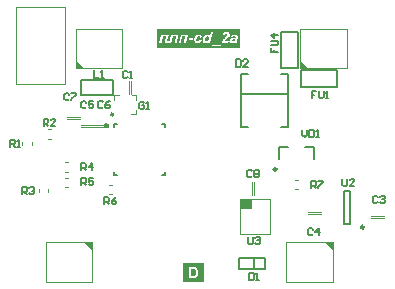
<source format=gto>
G04*
G04 #@! TF.GenerationSoftware,Altium Limited,Altium Designer,20.1.8 (145)*
G04*
G04 Layer_Color=16777215*
%FSTAX43Y43*%
%MOMM*%
G71*
G04*
G04 #@! TF.SameCoordinates,DEFF2A6E-5F0D-40BF-B6DE-29F6B0C5E57E*
G04*
G04*
G04 #@! TF.FilePolarity,Positive*
G04*
G01*
G75*
%ADD10C,0.250*%
%ADD11C,0.254*%
%ADD12C,0.100*%
%ADD13C,0.200*%
%ADD14C,0.150*%
%ADD15R,1.000X0.900*%
G36*
X0039122Y0029723D02*
Y0029053D01*
X0039092D01*
X003842Y0029725D01*
X003912D01*
X0039122Y0029723D01*
D02*
G37*
G36*
X00384Y0044525D02*
X00377D01*
X0037698Y0044527D01*
Y0045197D01*
X0037728D01*
X00384Y0044525D01*
D02*
G37*
G36*
X00574D02*
X00567D01*
X0056698Y0044527D01*
Y0045197D01*
X0056728D01*
X00574Y0044525D01*
D02*
G37*
G36*
X0059497Y0029723D02*
Y0029053D01*
X0059467D01*
X0058795Y0029725D01*
X0059495D01*
X0059497Y0029723D01*
D02*
G37*
G36*
X004855Y0026425D02*
X00468D01*
Y002795D01*
X004855D01*
Y0026425D01*
D02*
G37*
G36*
X0051637Y0046161D02*
X0044595D01*
Y0047791D01*
X0051637D01*
Y0046161D01*
D02*
G37*
%LPC*%
G36*
X0047656Y0027667D02*
X0047274D01*
Y0026708D01*
X0047637D01*
X0047674Y0026709D01*
X0047709Y002671D01*
X0047738Y0026713D01*
X0047762Y0026717D01*
X0047781Y0026722D01*
X0047796Y0026724D01*
X0047801Y0026726D01*
X0047805D01*
X0047806Y0026727D01*
X0047807D01*
X0047838Y0026738D01*
X0047866Y0026751D01*
X0047888Y0026763D01*
X0047907Y0026776D01*
X0047923Y0026787D01*
X0047934Y0026795D01*
X0047941Y0026801D01*
X0047943Y0026803D01*
X0047967Y002683D01*
X0047988Y0026857D01*
X0048006Y0026887D01*
X004802Y0026913D01*
X0048031Y0026938D01*
X0048036Y0026948D01*
X0048039Y0026956D01*
X0048042Y0026964D01*
X0048045Y002697D01*
X0048046Y0026973D01*
Y0026974D01*
X0048056Y0027007D01*
X0048064Y0027042D01*
X004807Y0027075D01*
X0048072Y0027107D01*
X0048074Y0027122D01*
X0048075Y0027136D01*
Y0027147D01*
X0048076Y0027158D01*
Y0027178D01*
X0048075Y0027226D01*
X0048071Y0027269D01*
X004807Y002729D01*
X0048067Y0027308D01*
X0048064Y0027326D01*
X0048061Y0027341D01*
X0048057Y0027355D01*
X0048054Y0027368D01*
X0048052Y0027379D01*
X004805Y0027387D01*
X0048047Y0027394D01*
X0048046Y00274D01*
X0048045Y0027402D01*
Y0027404D01*
X0048032Y0027437D01*
X0048017Y0027468D01*
X0048002Y0027494D01*
X0047986Y0027516D01*
X0047974Y0027534D01*
X0047963Y0027548D01*
X0047956Y0027556D01*
X0047954Y0027559D01*
X0047953D01*
X0047929Y0027581D01*
X0047906Y0027599D01*
X0047881Y0027615D01*
X0047859Y0027627D01*
X0047839Y0027637D01*
X0047823Y0027644D01*
X0047817Y0027645D01*
X0047813Y0027647D01*
X004781Y0027648D01*
X0047809D01*
X0047782Y0027655D01*
X0047753Y0027659D01*
X0047723Y0027663D01*
X0047694Y0027665D01*
X0047667Y0027666D01*
X0047656Y0027667D01*
D02*
G37*
%LPD*%
G36*
X0047612Y0027504D02*
X0047629D01*
X0047642Y0027502D01*
X0047655D01*
X0047667Y0027501D01*
X0047677D01*
X0047692Y0027498D01*
X0047703Y0027497D01*
X004771Y0027495D01*
X0047712D01*
X0047731Y002749D01*
X0047748Y0027483D01*
X0047763Y0027476D01*
X0047777Y0027468D01*
X0047787Y0027461D01*
X0047795Y0027455D01*
X0047799Y0027451D01*
X0047801Y002745D01*
X0047813Y0027436D01*
X0047824Y002742D01*
X0047834Y0027405D01*
X0047842Y0027391D01*
X0047848Y0027378D01*
X0047852Y0027366D01*
X0047855Y0027359D01*
X0047856Y0027358D01*
Y0027357D01*
X0047863Y0027332D01*
X0047868Y0027305D01*
X0047871Y0027276D01*
X0047874Y0027249D01*
X0047875Y0027225D01*
X0047877Y0027214D01*
Y0027204D01*
Y0027197D01*
Y0027192D01*
Y0027188D01*
Y0027186D01*
X0047875Y0027147D01*
X0047874Y0027111D01*
X004787Y0027082D01*
X0047867Y0027057D01*
X0047863Y0027036D01*
X0047862Y0027028D01*
X0047859Y0027022D01*
X0047857Y0027017D01*
Y0027013D01*
X0047856Y0027011D01*
Y002701D01*
X0047848Y0026988D01*
X0047841Y0026968D01*
X0047831Y0026953D01*
X0047824Y0026941D01*
X0047817Y0026931D01*
X0047812Y0026924D01*
X0047807Y002692D01*
X0047806Y0026918D01*
X0047794Y0026909D01*
X0047781Y00269D01*
X0047769Y0026893D01*
X0047756Y0026888D01*
X0047745Y0026884D01*
X0047737Y0026881D01*
X0047731Y0026878D01*
X0047728D01*
X0047713Y0026875D01*
X0047695Y0026874D01*
X0047676Y0026871D01*
X0047656D01*
X0047638Y002687D01*
X0047468D01*
Y0027505D01*
X0047594D01*
X0047612Y0027504D01*
D02*
G37*
%LPC*%
G36*
X0049316Y0047585D02*
X004849D01*
D01*
X004913D01*
X0049051Y0047225D01*
X0049037Y0047244D01*
X0049022Y0047262D01*
X0049005Y0047278D01*
X0048987Y004729D01*
X0048971Y0047301D01*
X0048953Y0047309D01*
X0048935Y0047318D01*
X0048918Y0047323D01*
X0048901Y0047327D01*
X0048886Y0047332D01*
X0048872Y0047334D01*
X0048861Y0047336D01*
X0048852D01*
X0048845Y0047337D01*
X0048838D01*
X0048809Y0047336D01*
X0048782Y0047332D01*
X0048756Y0047325D01*
X0048732Y0047316D01*
X004871Y0047305D01*
X0048689Y0047294D01*
X004867Y0047282D01*
X0048653Y0047269D01*
X0048638Y0047257D01*
X0048624Y0047244D01*
X0048612Y0047233D01*
X0048603Y0047222D01*
X0048595Y0047214D01*
X0048589Y0047207D01*
X0048587Y0047203D01*
X0048585Y0047201D01*
X0048569Y0047176D01*
X0048553Y004715D01*
X0048541Y0047124D01*
X004853Y0047097D01*
X004852Y0047071D01*
X0048513Y0047046D01*
X0048506Y0047022D01*
X0048502Y0047D01*
X0048498Y0046978D01*
X0048495Y0046959D01*
X0048492Y0046942D01*
X0048491Y0046927D01*
X004849Y0046916D01*
Y0046608D01*
Y0046899D01*
X0048491Y0046873D01*
X0048492Y0046848D01*
X0048495Y0046825D01*
X0048501Y0046805D01*
X0048505Y0046785D01*
X004851Y0046767D01*
X0048517Y0046751D01*
X0048523Y0046737D01*
X004853Y0046723D01*
X0048535Y0046712D01*
X0048541Y0046702D01*
X0048546Y0046695D01*
X0048551Y0046689D01*
X0048553Y0046685D01*
X0048555Y0046683D01*
X0048556Y0046681D01*
X0048569Y0046669D01*
X0048582Y0046658D01*
X0048596Y0046646D01*
X0048612Y0046638D01*
X0048641Y0046626D01*
X0048668Y0046617D01*
X0048693Y0046612D01*
X0048703Y004661D01*
X0048713Y0046609D01*
X0048721Y0046608D01*
X0048731D01*
X0048753Y0046609D01*
X0048775Y004661D01*
X0048793Y0046615D01*
X004881Y0046619D01*
X0048824Y0046622D01*
X0048835Y0046626D01*
X004884Y0046627D01*
X0048843Y0046628D01*
X0048863Y0046638D01*
X0048881Y0046648D01*
X0048897Y004666D01*
X0048913Y0046671D01*
X0048925Y0046683D01*
X0048936Y0046691D01*
X0048942Y0046696D01*
X0048944Y0046699D01*
X0048929Y0046626D01*
X0049105D01*
X0049316Y0047585D01*
D01*
D02*
G37*
G36*
X0048422Y0047337D02*
X0047745D01*
X0048141D01*
X00481Y0047334D01*
X0048061Y0047327D01*
X0048026Y0047319D01*
X0047996Y0047308D01*
X0047982Y0047302D01*
X0047969Y0047297D01*
X004796Y0047293D01*
X004795Y0047289D01*
X0047943Y0047284D01*
X0047938Y0047282D01*
X0047935Y004728D01*
X0047933Y0047279D01*
X00479Y0047255D01*
X0047871Y0047229D01*
X0047847Y0047203D01*
X0047828Y0047178D01*
X0047811Y0047154D01*
X0047806Y0047144D01*
X00478Y0047136D01*
X0047798Y0047129D01*
X0047795Y0047124D01*
X0047792Y0047121D01*
Y0047119D01*
X0047777Y0047081D01*
X0047764Y0047043D01*
X0047756Y0047007D01*
X004775Y0046974D01*
X0047749Y0046959D01*
X0047748Y0046946D01*
X0047746Y0046934D01*
Y0046924D01*
X0047745Y0046916D01*
Y0046904D01*
X0047746Y0046879D01*
X0047748Y0046856D01*
X0047752Y0046832D01*
X0047757Y0046812D01*
X0047763Y0046792D01*
X004777Y0046774D01*
X0047777Y0046759D01*
X0047784Y0046744D01*
X0047791Y0046731D01*
X0047798Y0046719D01*
X0047804Y0046709D01*
X004781Y0046702D01*
X0047816Y0046695D01*
X004782Y0046691D01*
X0047821Y0046688D01*
X0047822Y0046687D01*
X0047838Y0046673D01*
X0047854Y004666D01*
X0047871Y0046651D01*
X0047888Y0046641D01*
X0047906Y0046634D01*
X0047924Y0046627D01*
X0047957Y0046617D01*
X0047972Y0046615D01*
X0047988Y0046612D01*
X0048Y004661D01*
X0048011Y0046609D01*
X0048021Y0046608D01*
X0048033D01*
X0048055Y0046609D01*
X0048076Y004661D01*
X0048115Y0046617D01*
X004815Y0046627D01*
X004818Y004664D01*
X0048193Y0046645D01*
X0048204Y0046651D01*
X0048215Y0046656D01*
X0048223Y004666D01*
X004823Y0046665D01*
X0048234Y0046667D01*
X0048237Y004667D01*
X0048239D01*
X004827Y0046696D01*
X0048297Y0046726D01*
X004832Y0046756D01*
X004834Y0046787D01*
X0048354Y0046813D01*
X0048359Y0046824D01*
X0048365Y0046835D01*
X0048369Y0046843D01*
X004837Y0046849D01*
X0048373Y0046853D01*
Y0046855D01*
X004819Y0046885D01*
X004818Y0046861D01*
X0048169Y0046842D01*
X0048158Y0046825D01*
X0048148Y0046812D01*
X0048139Y00468D01*
X004813Y0046794D01*
X0048125Y0046788D01*
X0048123Y0046787D01*
X0048108Y0046775D01*
X0048093Y0046769D01*
X0048078Y0046763D01*
X0048065Y0046759D01*
X0048054Y0046756D01*
X0048046Y0046755D01*
X0048037D01*
X0048021Y0046756D01*
X0048007Y004676D01*
X0047993Y0046766D01*
X0047982Y0046771D01*
X0047974Y0046777D01*
X0047967Y0046782D01*
X0047963Y0046787D01*
X0047961Y0046788D01*
X0047951Y0046802D01*
X0047945Y0046817D01*
X0047939Y0046832D01*
X0047936Y0046848D01*
X0047933Y0046861D01*
X0047932Y0046873D01*
Y0046879D01*
Y0046882D01*
X0047933Y004691D01*
X0047936Y0046936D01*
X004794Y0046963D01*
X0047945Y0046986D01*
X0047949Y0047006D01*
X0047953Y0047021D01*
X0047954Y0047026D01*
X0047956Y0047031D01*
X0047957Y0047033D01*
Y0047035D01*
X0047967Y0047064D01*
X0047979Y0047089D01*
X004799Y004711D01*
X0048003Y0047126D01*
X0048012Y004714D01*
X0048021Y004715D01*
X0048028Y0047155D01*
X0048029Y0047157D01*
X0048047Y0047171D01*
X0048065Y004718D01*
X0048082Y0047189D01*
X0048097Y0047193D01*
X0048111Y0047196D01*
X0048121Y0047198D01*
X004813D01*
X0048147Y0047197D01*
X0048162Y0047194D01*
X0048175Y0047189D01*
X0048186Y0047185D01*
X0048196Y0047179D01*
X0048201Y0047174D01*
X0048205Y0047171D01*
X0048207Y0047169D01*
X0048216Y0047158D01*
X0048225Y0047144D01*
X004823Y0047131D01*
X0048236Y0047117D01*
X0048239Y0047103D01*
X0048241Y0047093D01*
X0048243Y0047086D01*
Y0047083D01*
X0048422Y0047101D01*
X0048419Y0047121D01*
X0048415Y0047139D01*
X0048405Y0047172D01*
X0048391Y0047201D01*
X0048376Y0047226D01*
X0048362Y0047246D01*
X0048349Y0047261D01*
X0048345Y0047265D01*
X0048341Y0047269D01*
X004834Y0047271D01*
X0048338Y0047272D01*
X0048325Y0047283D01*
X0048309Y0047294D01*
X0048276Y0047309D01*
X0048244Y0047322D01*
X0048212Y0047329D01*
X0048184Y0047334D01*
X0048172Y0047336D01*
X0048162D01*
X0048154Y0047337D01*
X0048422D01*
D02*
G37*
G36*
X0047673Y0047063D02*
X0047272D01*
D01*
X0047308D01*
X0047272Y0046881D01*
X0047637D01*
X0047673Y0047063D01*
D02*
G37*
G36*
X0051437Y0047337D02*
X0050782D01*
X0051173D01*
X0051127Y0047334D01*
X0051086Y0047329D01*
X0051068Y0047325D01*
X0051051Y004732D01*
X0051034Y0047316D01*
X0051021Y0047311D01*
X0051008Y0047305D01*
X0050997Y0047301D01*
X0050987Y0047297D01*
X0050979Y0047293D01*
X0050973Y004729D01*
X0050969Y0047287D01*
X0050966Y0047284D01*
X0050965D01*
X0050939Y0047264D01*
X0050915Y004724D01*
X0050897Y0047215D01*
X0050882Y0047193D01*
X0050871Y0047172D01*
X0050862Y0047155D01*
X005086Y0047149D01*
X0050858Y0047144D01*
X0050857Y0047142D01*
Y004714D01*
X005104Y0047125D01*
X0051044Y0047137D01*
X005105Y0047149D01*
X0051057Y0047158D01*
X0051064Y0047167D01*
X0051069Y0047174D01*
X0051075Y0047178D01*
X0051077Y004718D01*
X0051079Y0047182D01*
X0051091Y0047189D01*
X0051104Y0047194D01*
X0051118Y0047197D01*
X005113Y00472D01*
X0051141Y0047201D01*
X0051151Y0047203D01*
X0051159D01*
X0051176Y0047201D01*
X0051191Y00472D01*
X0051202Y0047196D01*
X0051213Y0047193D01*
X0051222Y0047189D01*
X0051227Y0047185D01*
X005123Y0047183D01*
X0051231Y0047182D01*
X005124Y0047174D01*
X0051245Y0047165D01*
X0051251Y0047157D01*
X0051254Y0047149D01*
X0051255Y0047142D01*
X0051256Y0047137D01*
Y0047133D01*
Y0047132D01*
Y0047122D01*
X0051255Y0047112D01*
X0051251Y0047092D01*
X0051248Y0047083D01*
X0051245Y0047076D01*
X0051244Y0047071D01*
Y0047069D01*
X0051234Y0047067D01*
X0051223Y0047064D01*
X0051211Y0047061D01*
X0051197Y0047058D01*
X0051168Y0047053D01*
X0051137Y004705D01*
X0051109Y0047046D01*
X0051097Y0047045D01*
X0051087Y0047043D01*
X0051077D01*
X005107Y0047042D01*
X0051065D01*
X0051036Y0047039D01*
X0051009Y0047035D01*
X0050986Y0047031D01*
X0050964Y0047025D01*
X0050943Y004702D01*
X0050925Y0047014D01*
X0050908Y0047007D01*
X0050894Y0047002D01*
X0050882Y0046995D01*
X0050871Y0046989D01*
X0050862Y0046984D01*
X0050855Y0046979D01*
X005085Y0046975D01*
X0050846Y0046972D01*
X0050844Y0046971D01*
X0050843Y004697D01*
X0050832Y0046959D01*
X0050824Y0046946D01*
X0050808Y004692D01*
X0050797Y0046893D01*
X005079Y0046867D01*
X0050785Y0046845D01*
X0050783Y0046835D01*
Y0046827D01*
X0050782Y004682D01*
Y0046825D01*
Y0046608D01*
Y004681D01*
X0050785Y0046778D01*
X005079Y0046749D01*
X00508Y0046724D01*
X005081Y0046703D01*
X0050819Y0046685D01*
X0050829Y0046673D01*
X0050835Y0046666D01*
X0050837Y0046663D01*
X005086Y0046645D01*
X0050883Y0046631D01*
X0050908Y0046622D01*
X005093Y0046615D01*
X005095Y004661D01*
X0050966Y0046609D01*
X0050972Y0046608D01*
X005098D01*
X0051001Y0046609D01*
X0051021Y0046612D01*
X0051039Y0046616D01*
X0051055Y004662D01*
X0051069Y0046624D01*
X0051079Y0046628D01*
X0051086Y0046631D01*
X0051088Y0046633D01*
X0051108Y0046642D01*
X0051126Y0046655D01*
X0051143Y0046666D01*
X0051156Y0046677D01*
X0051168Y0046688D01*
X0051177Y0046696D01*
X0051183Y0046702D01*
X0051184Y0046703D01*
X0051187Y0046674D01*
X005119Y0046662D01*
X0051191Y0046649D01*
X0051194Y004664D01*
X0051197Y0046633D01*
X0051198Y0046627D01*
Y0046626D01*
X005138D01*
X0051374Y0046645D01*
X0051371Y0046665D01*
X0051369Y0046681D01*
X0051366Y0046695D01*
Y0046708D01*
X0051364Y0046716D01*
Y0046723D01*
Y0046724D01*
Y0046734D01*
X0051366Y0046746D01*
X0051369Y0046773D01*
X0051373Y00468D01*
X0051378Y004683D01*
X0051382Y0046856D01*
X0051385Y0046867D01*
X0051387Y0046878D01*
X0051388Y0046886D01*
X0051389Y0046892D01*
X0051391Y0046896D01*
Y0046898D01*
X0051396Y0046924D01*
X0051402Y0046949D01*
X0051407Y0046971D01*
X0051412Y004699D01*
X0051414Y0047007D01*
X0051417Y0047022D01*
X005142Y0047036D01*
X0051423Y0047047D01*
X0051424Y0047057D01*
X0051427Y0047064D01*
Y0047071D01*
X0051428Y0047075D01*
X005143Y0047082D01*
Y0047083D01*
X0051434Y004711D01*
X0051435Y0047121D01*
Y0047131D01*
X0051437Y0047139D01*
Y0047165D01*
X0051434Y0047179D01*
X0051427Y0047204D01*
X0051416Y0047226D01*
X0051405Y0047246D01*
X0051392Y0047262D01*
X0051381Y0047273D01*
X0051374Y004728D01*
X0051373Y0047283D01*
X0051371D01*
X0051359Y0047293D01*
X0051345Y0047301D01*
X0051313Y0047315D01*
X0051281Y0047325D01*
X0051248Y004733D01*
X0051219Y0047334D01*
X0051206Y0047336D01*
X0051195D01*
X0051186Y0047337D01*
X0051437D01*
D01*
D02*
G37*
G36*
X0050742Y0047591D02*
X0050058D01*
D01*
X0050453D01*
X0050431Y004759D01*
X0050409Y0047588D01*
X005037Y004758D01*
X0050335Y0047569D01*
X005032Y0047562D01*
X0050306Y0047555D01*
X0050292Y0047548D01*
X0050281Y0047541D01*
X0050272Y0047535D01*
X0050265Y004753D01*
X0050258Y0047526D01*
X0050254Y0047522D01*
X0050251Y004752D01*
X0050249Y0047519D01*
X0050236Y0047505D01*
X0050222Y004749D01*
X00502Y0047458D01*
X0050181Y0047423D01*
X0050168Y004739D01*
X0050162Y0047375D01*
X0050158Y0047361D01*
X0050155Y0047348D01*
X0050151Y0047337D01*
X005015Y0047327D01*
X0050148Y004732D01*
X0050147Y0047316D01*
Y0047315D01*
X005033Y0047289D01*
X0050337Y0047319D01*
X0050345Y0047344D01*
X0050353Y0047365D01*
X0050362Y0047382D01*
X0050369Y0047394D01*
X0050374Y0047402D01*
X0050378Y0047408D01*
X005038Y0047409D01*
X0050392Y004742D01*
X0050406Y0047429D01*
X0050419Y0047436D01*
X0050431Y004744D01*
X0050442Y0047443D01*
X0050451Y0047444D01*
X0050457D01*
X0050473Y0047443D01*
X0050487Y004744D01*
X0050499Y0047434D01*
X005051Y0047429D01*
X0050519Y0047423D01*
X0050524Y0047418D01*
X0050528Y0047415D01*
X005053Y0047413D01*
X0050539Y0047401D01*
X0050546Y0047388D01*
X0050552Y0047375D01*
X0050555Y0047362D01*
X0050557Y0047351D01*
X0050559Y0047343D01*
Y0047337D01*
Y0047334D01*
X0050557Y0047323D01*
X0050556Y0047311D01*
X0050553Y00473D01*
X005055Y0047289D01*
X0050546Y004728D01*
X0050543Y0047273D01*
X0050542Y0047268D01*
X0050541Y0047266D01*
X0050534Y0047253D01*
X0050524Y0047237D01*
X0050514Y0047222D01*
X0050503Y0047208D01*
X0050494Y0047196D01*
X0050485Y0047186D01*
X005048Y004718D01*
X0050478Y0047178D01*
X0050473Y0047172D01*
X0050466Y0047165D01*
X0050449Y0047147D01*
X0050428Y0047128D01*
X0050408Y0047107D01*
X0050388Y0047088D01*
X0050371Y0047072D01*
X0050366Y0047065D01*
X005036Y0047061D01*
X0050358Y0047058D01*
X0050356Y0047057D01*
X0050333Y0047035D01*
X0050312Y0047014D01*
X0050292Y0046995D01*
X0050274Y0046977D01*
X0050258Y0046961D01*
X0050244Y0046946D01*
X005023Y0046934D01*
X0050219Y0046921D01*
X0050209Y0046911D01*
X0050201Y0046902D01*
X0050194Y0046895D01*
X0050188Y0046889D01*
X0050181Y0046881D01*
X0050179Y0046878D01*
X0050162Y0046857D01*
X0050147Y0046836D01*
X0050133Y0046817D01*
X005012Y0046799D01*
X0050111Y0046784D01*
X0050104Y0046771D01*
X00501Y0046763D01*
X0050098Y0046762D01*
Y004676D01*
X0050087Y0046737D01*
X0050079Y0046712D01*
X0050072Y0046689D01*
X0050066Y0046669D01*
X0050062Y0046652D01*
X0050059Y0046638D01*
Y0046633D01*
X0050058Y0046628D01*
Y0046634D01*
Y0046626D01*
X0050641D01*
X0050677Y0046798D01*
X0050344D01*
X0050363Y0046821D01*
X0050371Y0046832D01*
X005038Y0046842D01*
X0050387Y0046849D01*
X0050392Y0046855D01*
X0050395Y0046859D01*
X0050396Y004686D01*
X005041Y0046874D01*
X0050427Y0046891D01*
X0050446Y0046909D01*
X0050466Y0046927D01*
X0050484Y0046945D01*
X0050499Y0046959D01*
X0050505Y0046964D01*
X0050509Y0046967D01*
X0050512Y004697D01*
X0050513Y0046971D01*
X0050543Y0047D01*
X005057Y0047025D01*
X0050592Y0047047D01*
X005061Y0047065D01*
X0050624Y0047079D01*
X0050634Y0047089D01*
X0050639Y0047096D01*
X0050641Y0047097D01*
X005066Y0047121D01*
X0050675Y0047143D01*
X0050689Y0047164D01*
X00507Y0047182D01*
X0050708Y0047197D01*
X0050714Y0047208D01*
X0050717Y0047215D01*
X0050718Y0047218D01*
X0050727Y004724D01*
X0050732Y0047261D01*
X0050736Y004728D01*
X0050739Y0047297D01*
X005074Y0047312D01*
X0050742Y0047323D01*
Y0046666D01*
Y0047334D01*
Y0047333D01*
X005074Y0047354D01*
X0050739Y0047373D01*
X0050729Y0047409D01*
X0050717Y0047441D01*
X0050703Y0047468D01*
X0050696Y0047479D01*
X0050689Y0047488D01*
X0050682Y0047497D01*
X0050677Y0047505D01*
X0050671Y0047511D01*
X0050667Y0047515D01*
X0050666Y0047516D01*
X0050664Y0047517D01*
X0050649Y004753D01*
X0050634Y0047542D01*
X0050617Y0047552D01*
X0050599Y004756D01*
X0050564Y0047573D01*
X005053Y0047581D01*
X0050514Y0047585D01*
X00505Y0047587D01*
X0050487Y0047588D01*
X0050476Y004759D01*
X0050466Y0047591D01*
X0050742D01*
D01*
D02*
G37*
G36*
X0047228Y0047322D02*
X0046595D01*
X004645Y0046626D01*
X0046635D01*
X004675Y0047175D01*
X0047008D01*
X0046895Y0046626D01*
X0047228D01*
X0047081D01*
X0047228Y0047322D01*
D02*
G37*
G36*
X0046412D02*
X0044941D01*
X0044795Y0046626D01*
X0044981D01*
X0045096Y0047175D01*
X0045354D01*
X004524Y0046626D01*
X0045426D01*
X0045542Y0047175D01*
X0045573Y0047322D01*
X0045817D01*
X0045735Y0046934D01*
X0045731Y0046916D01*
X0045727Y00469D01*
X0045724Y0046885D01*
X004572Y0046873D01*
X0045713Y004685D01*
X0045708Y0046832D01*
X0045702Y004682D01*
X0045698Y0046812D01*
X0045696Y0046806D01*
X0045695Y0046805D01*
X0045687Y0046795D01*
X0045676Y0046787D01*
X0045665Y0046781D01*
X0045653Y0046778D01*
X0045644Y0046775D01*
X0045635Y0046774D01*
X0045627D01*
X0045604Y0046775D01*
X0045592Y0046777D01*
X0045581Y0046778D01*
X0045573Y004678D01*
X0045566Y0046781D01*
X0045561Y0046782D01*
X0045559D01*
X004553Y0046626D01*
X0045556Y004662D01*
X0045579Y0046617D01*
X0045599Y0046615D01*
X0045617Y0046612D01*
X0045631D01*
X0045641Y004661D01*
X0045649D01*
X0045684Y0046612D01*
X0045714Y0046617D01*
X0045741Y0046624D01*
X0045763Y0046634D01*
X004578Y0046642D01*
X0045792Y0046649D01*
X0045799Y0046655D01*
X0045802Y0046656D01*
X0045812Y0046666D01*
X0045821Y0046676D01*
X0045838Y0046699D01*
X004585Y0046724D01*
X0045861Y0046749D01*
X004587Y0046771D01*
X0045873Y0046781D01*
X0045875Y0046791D01*
X0045877Y0046798D01*
X0045878Y0046803D01*
X004588Y0046806D01*
Y0046807D01*
X0045957Y0047175D01*
X0046193D01*
X0046079Y0046626D01*
X0046265D01*
X0046412Y0047322D01*
D01*
D02*
G37*
G36*
X0049983Y0046626D02*
Y004648D01*
X0049218D01*
Y0046361D01*
X0049983D01*
Y0046626D01*
D02*
G37*
%LPD*%
G36*
X0048882Y0047197D02*
X00489Y0047192D01*
X0048917Y0047183D01*
X0048931Y0047175D01*
X0048942Y0047167D01*
X004895Y0047158D01*
X0048956Y0047153D01*
X0048957Y0047151D01*
X0048971Y0047132D01*
X004898Y0047112D01*
X0048989Y0047092D01*
X0048993Y0047072D01*
X0048996Y0047056D01*
X0048999Y0047042D01*
Y0047036D01*
Y0047032D01*
Y0047031D01*
Y0047029D01*
X0048997Y0047004D01*
X0048994Y0046979D01*
X004899Y0046956D01*
X0048986Y0046935D01*
X004898Y0046917D01*
X0048976Y0046903D01*
X0048975Y0046898D01*
X0048974Y0046893D01*
X0048972Y0046892D01*
Y0046891D01*
X0048961Y0046866D01*
X004895Y0046843D01*
X0048938Y0046825D01*
X0048926Y004681D01*
X0048915Y0046799D01*
X0048907Y0046791D01*
X0048901Y0046785D01*
X00489Y0046784D01*
X0048883Y0046773D01*
X0048867Y0046764D01*
X004885Y0046757D01*
X0048836Y0046753D01*
X0048822Y0046751D01*
X0048813Y0046749D01*
X0048804D01*
X0048785Y0046751D01*
X0048767Y0046756D01*
X004875Y0046763D01*
X0048736Y004677D01*
X0048725Y0046778D01*
X0048717Y0046784D01*
X0048711Y0046789D01*
X004871Y0046791D01*
X0048698Y0046807D01*
X0048688Y0046827D01*
X0048682Y0046846D01*
X0048677Y0046864D01*
X0048674Y0046881D01*
X0048673Y0046895D01*
Y00469D01*
Y0046904D01*
Y0046906D01*
Y0046907D01*
X0048675Y0046946D01*
X0048681Y0046984D01*
X0048689Y0047017D01*
X0048699Y0047046D01*
X0048705Y004706D01*
X0048709Y0047071D01*
X0048713Y0047081D01*
X0048717Y004709D01*
X0048721Y0047096D01*
X0048723Y0047101D01*
X0048725Y0047104D01*
Y0047106D01*
X0048736Y0047122D01*
X0048746Y0047136D01*
X0048759Y0047149D01*
X004877Y004716D01*
X0048781Y0047168D01*
X0048792Y0047176D01*
X0048814Y0047187D01*
X0048833Y0047193D01*
X0048849Y0047197D01*
X0048854Y0047198D01*
X0048863D01*
X0048882Y0047197D01*
D02*
G37*
G36*
X0051213Y0046924D02*
X0051208Y00469D01*
X0051202Y0046879D01*
X0051197Y0046861D01*
X0051191Y0046848D01*
X0051187Y0046836D01*
X0051183Y004683D01*
X0051181Y0046824D01*
X005118Y0046823D01*
X0051173Y004681D01*
X0051163Y00468D01*
X0051154Y0046791D01*
X0051145Y0046784D01*
X0051137Y0046777D01*
X005113Y0046773D01*
X0051125Y004677D01*
X0051123Y0046769D01*
X0051109Y0046762D01*
X0051095Y0046757D01*
X0051082Y0046753D01*
X0051069Y0046752D01*
X0051059Y0046751D01*
X0051051Y0046749D01*
X0051044D01*
X005103Y0046751D01*
X0051018Y0046753D01*
X0051007Y0046756D01*
X0050998Y004676D01*
X0050991Y0046764D01*
X0050986Y0046769D01*
X0050983Y004677D01*
X0050982Y0046771D01*
X0050973Y004678D01*
X0050968Y0046789D01*
X0050964Y0046799D01*
X0050961Y0046807D01*
X005096Y0046816D01*
X0050958Y0046821D01*
Y0046825D01*
Y0046827D01*
X005096Y0046841D01*
X0050962Y0046853D01*
X0050968Y0046864D01*
X0050973Y0046874D01*
X0050979Y0046881D01*
X0050984Y0046886D01*
X0050987Y0046889D01*
X0050989Y0046891D01*
X0050998Y0046896D01*
X0051009Y0046902D01*
X0051022Y0046907D01*
X0051036Y0046913D01*
X0051066Y0046921D01*
X0051097Y0046928D01*
X0051126Y0046934D01*
X0051138Y0046936D01*
X0051151Y0046938D01*
X0051159Y0046939D01*
X0051168D01*
X0051172Y0046941D01*
X0051173D01*
X0051193Y0046943D01*
X0051206Y0046947D01*
X0051212Y0046949D01*
X0051216D01*
X0051217Y004695D01*
X0051219D01*
X0051213Y0046924D01*
D02*
G37*
D10*
X0040425Y0039625D02*
G03*
X0040425Y0039625I-0000125J0D01*
G01*
X0054725Y0035925D02*
G03*
X0054725Y0035925I-0000125J0D01*
G01*
X0062125Y0031025D02*
G03*
X0062125Y0031025I-0000125J0D01*
G01*
D11*
X0040875Y0040575D02*
G03*
X0040875Y0040575I-0000075J0D01*
G01*
D12*
X0052775Y0033775D02*
Y0034875D01*
X0052625Y0033775D02*
Y0034875D01*
X003695Y0040375D02*
X003805D01*
X003695Y0040225D02*
X003805D01*
X003935Y0039675D02*
X004045D01*
X003935Y0039525D02*
X004045D01*
X003815Y0039675D02*
X003925D01*
X003815Y0039525D02*
X003925D01*
X005735Y0032275D02*
X005845D01*
X005735Y0032125D02*
X005845D01*
X00627Y003195D02*
X00638D01*
X00627Y00318D02*
X00638D01*
X0042375Y0042275D02*
Y0043375D01*
X0042225Y0042275D02*
Y0043375D01*
X0056275Y0034225D02*
X0056525D01*
X0056275Y0035025D02*
X0056525D01*
X0036775Y0035725D02*
X0037025D01*
X0036775Y0036525D02*
X0037025D01*
X0036775Y0034425D02*
X0037025D01*
X0036775Y0035225D02*
X0037025D01*
X0040516Y0033825D02*
X0040766D01*
X0040516Y0034625D02*
X0040766D01*
X0035375Y00385D02*
X0035625D01*
X0035375Y00393D02*
X0035625D01*
X00332Y0038D02*
Y003825D01*
X0034Y0038D02*
Y003825D01*
X00354Y0034D02*
Y003425D01*
X00346Y0034D02*
Y003425D01*
X00516Y0033425D02*
X00542D01*
Y0030425D02*
Y0033425D01*
X00516Y0030425D02*
X00542D01*
X00516D02*
Y0033425D01*
X004285Y0040575D02*
Y004095D01*
X00424Y0040575D02*
X004285D01*
X0042475Y00422D02*
X004285D01*
Y004175D02*
Y00422D01*
X0040925Y0041825D02*
Y00422D01*
X0041375D01*
X00567Y0047826D02*
X0060654Y0047825D01*
X00567Y00445D02*
Y0047826D01*
X0060654Y00445D02*
Y0047825D01*
X00567Y00445D02*
X0060654D01*
X00377Y0047826D02*
X0041654Y0047825D01*
X00377Y00445D02*
Y0047826D01*
X0041654Y00445D02*
Y0047825D01*
X00377Y00445D02*
X0041654D01*
X0035166Y0026425D02*
X003912Y0026424D01*
Y002975D01*
X0035166Y0026425D02*
Y002975D01*
X003912D01*
X0055541Y0026425D02*
X0059495Y0026424D01*
Y002975D01*
X0055541Y0026425D02*
Y002975D01*
X0059495D01*
X0032625Y004965D02*
X0036775D01*
X0032625Y004315D02*
Y004965D01*
X0036775Y004315D02*
Y004965D01*
X0032625Y004315D02*
X0036775D01*
D13*
X004095Y0039525D02*
Y0039775D01*
X00412D01*
X0045D02*
X004525D01*
Y0039525D02*
Y0039775D01*
Y0035475D02*
Y0035725D01*
X0045Y0035475D02*
X004525D01*
X004095D02*
Y0035725D01*
Y0035475D02*
X00412D01*
X00549Y0036825D02*
Y0037825D01*
X00557D01*
X00579Y0036825D02*
Y0037825D01*
X00571D02*
X00579D01*
X00382Y00422D02*
Y004345D01*
X004085Y00422D02*
Y004345D01*
X00382D02*
X004085D01*
X00382Y00422D02*
X004085D01*
X00557Y0039525D02*
Y0044025D01*
X00551Y0039525D02*
X00557D01*
X00551Y0044025D02*
X00557D01*
X00517D02*
X00523D01*
X00517Y0039525D02*
X00523D01*
X00517D02*
Y0044025D01*
Y0042325D02*
X00557D01*
X0051575Y002745D02*
X0053775D01*
Y002845D01*
X0051575D02*
X0053775D01*
X0051575Y002745D02*
Y002845D01*
X0052825Y002755D02*
Y002845D01*
X006045Y0031325D02*
Y0034125D01*
X006095Y0031325D02*
Y0034125D01*
X006045D02*
X006095D01*
X006045Y0031325D02*
X006095D01*
X00551Y0047525D02*
X00565D01*
X00551Y0044525D02*
Y0047525D01*
Y0044525D02*
X00565D01*
Y0047525D01*
X00598Y0042925D02*
Y0044325D01*
X00568D02*
X00598D01*
X00568Y0042925D02*
Y0044325D01*
Y0042925D02*
X00598D01*
D14*
X0052625Y003575D02*
X0052525Y003585D01*
X0052325D01*
X0052225Y003575D01*
Y003535D01*
X0052325Y003525D01*
X0052525D01*
X0052625Y003535D01*
X0052825Y003575D02*
X0052925Y003585D01*
X0053125D01*
X0053225Y003575D01*
Y003565D01*
X0053125Y003555D01*
X0053225Y003545D01*
Y003535D01*
X0053125Y003525D01*
X0052925D01*
X0052825Y003535D01*
Y003545D01*
X0052925Y003555D01*
X0052825Y003565D01*
Y003575D01*
X0052925Y003555D02*
X0053125D01*
X003715Y004225D02*
X003705Y004235D01*
X003685D01*
X003675Y004225D01*
Y004185D01*
X003685Y004175D01*
X003705D01*
X003715Y004185D01*
X003735Y004235D02*
X003775D01*
Y004225D01*
X003735Y004185D01*
Y004175D01*
X004Y00416D02*
X00399Y00417D01*
X00397D01*
X00396Y00416D01*
Y00412D01*
X00397Y00411D01*
X00399D01*
X004Y00412D01*
X00406Y00417D02*
X00404Y00416D01*
X00402Y00414D01*
Y00412D01*
X00403Y00411D01*
X00405D01*
X00406Y00412D01*
Y00413D01*
X00405Y00414D01*
X00402D01*
X00386Y0041575D02*
X00385Y0041675D01*
X00383D01*
X00382Y0041575D01*
Y0041175D01*
X00383Y0041075D01*
X00385D01*
X00386Y0041175D01*
X00392Y0041675D02*
X00388D01*
Y0041375D01*
X0039Y0041475D01*
X00391D01*
X00392Y0041375D01*
Y0041175D01*
X00391Y0041075D01*
X00389D01*
X00388Y0041175D01*
X00578Y0030825D02*
X00577Y0030925D01*
X00575D01*
X00574Y0030825D01*
Y0030425D01*
X00575Y0030325D01*
X00577D01*
X00578Y0030425D01*
X00583Y0030325D02*
Y0030925D01*
X0058Y0030625D01*
X00584D01*
X0063275Y0033575D02*
X0063175Y0033675D01*
X0062975D01*
X0062875Y0033575D01*
Y0033175D01*
X0062975Y0033075D01*
X0063175D01*
X0063275Y0033175D01*
X0063475Y0033575D02*
X0063575Y0033675D01*
X0063775D01*
X0063875Y0033575D01*
Y0033475D01*
X0063775Y0033375D01*
X0063675D01*
X0063775D01*
X0063875Y0033275D01*
Y0033175D01*
X0063775Y0033075D01*
X0063575D01*
X0063475Y0033175D01*
X00421Y0044125D02*
X0042Y0044225D01*
X00418D01*
X00417Y0044125D01*
Y0043725D01*
X00418Y0043625D01*
X0042D01*
X00421Y0043725D01*
X00423Y0043625D02*
X00425D01*
X00424D01*
Y0044225D01*
X00423Y0044125D01*
X005765Y0034325D02*
Y0034925D01*
X005795D01*
X005805Y0034825D01*
Y0034625D01*
X005795Y0034525D01*
X005765D01*
X005785D02*
X005805Y0034325D01*
X005825Y0034925D02*
X005865D01*
Y0034825D01*
X005825Y0034425D01*
Y0034325D01*
X004015Y003295D02*
Y003355D01*
X004045D01*
X004055Y003345D01*
Y003325D01*
X004045Y003315D01*
X004015D01*
X004035D02*
X004055Y003295D01*
X004115Y003355D02*
X004095Y003345D01*
X004075Y003325D01*
Y003305D01*
X004085Y003295D01*
X004105D01*
X004115Y003305D01*
Y003315D01*
X004105Y003325D01*
X004075D01*
X00382Y0034575D02*
Y0035175D01*
X00385D01*
X00386Y0035075D01*
Y0034875D01*
X00385Y0034775D01*
X00382D01*
X00384D02*
X00386Y0034575D01*
X00392Y0035175D02*
X00388D01*
Y0034875D01*
X0039Y0034975D01*
X00391D01*
X00392Y0034875D01*
Y0034675D01*
X00391Y0034575D01*
X00389D01*
X00388Y0034675D01*
X00382Y0035825D02*
Y0036425D01*
X00385D01*
X00386Y0036325D01*
Y0036125D01*
X00385Y0036025D01*
X00382D01*
X00384D02*
X00386Y0035825D01*
X00391D02*
Y0036425D01*
X00388Y0036125D01*
X00392D01*
X0035Y00396D02*
Y00402D01*
X00353D01*
X00354Y00401D01*
Y00399D01*
X00353Y00398D01*
X0035D01*
X00352D02*
X00354Y00396D01*
X0036D02*
X00356D01*
X0036Y004D01*
Y00401D01*
X00359Y00402D01*
X00357D01*
X00356Y00401D01*
X0032175Y0037825D02*
Y0038425D01*
X0032475D01*
X0032575Y0038325D01*
Y0038125D01*
X0032475Y0038025D01*
X0032175D01*
X0032375D02*
X0032575Y0037825D01*
X0032775D02*
X0032975D01*
X0032875D01*
Y0038425D01*
X0032775Y0038325D01*
X0033175Y00338D02*
Y00344D01*
X0033475D01*
X0033575Y00343D01*
Y00341D01*
X0033475Y0034D01*
X0033175D01*
X0033375D02*
X0033575Y00338D01*
X0033775Y00343D02*
X0033875Y00344D01*
X0034075D01*
X0034175Y00343D01*
Y00342D01*
X0034075Y00341D01*
X0033975D01*
X0034075D01*
X0034175Y0034D01*
Y00339D01*
X0034075Y00338D01*
X0033875D01*
X0033775Y00339D01*
X00523Y0030225D02*
Y0029725D01*
X00524Y0029625D01*
X00526D01*
X00527Y0029725D01*
Y0030225D01*
X00529Y0030125D02*
X0053Y0030225D01*
X00532D01*
X00533Y0030125D01*
Y0030025D01*
X00532Y0029925D01*
X00531D01*
X00532D01*
X00533Y0029825D01*
Y0029725D01*
X00532Y0029625D01*
X0053D01*
X00529Y0029725D01*
X00435Y004155D02*
X00434Y004165D01*
X00432D01*
X00431Y004155D01*
Y004115D01*
X00432Y004105D01*
X00434D01*
X00435Y004115D01*
Y004135D01*
X00433D01*
X00437Y004105D02*
X00439D01*
X00438D01*
Y004165D01*
X00437Y004155D01*
X00569Y003925D02*
Y003885D01*
X00571Y003865D01*
X00573Y003885D01*
Y003925D01*
X00575D02*
Y003865D01*
X00578D01*
X00579Y003875D01*
Y003915D01*
X00578Y003925D01*
X00575D01*
X00581Y003865D02*
X00583D01*
X00582D01*
Y003925D01*
X00581Y003915D01*
X00603Y0035125D02*
Y0034625D01*
X00604Y0034525D01*
X00606D01*
X00607Y0034625D01*
Y0035125D01*
X00613Y0034525D02*
X00609D01*
X00613Y0034925D01*
Y0035025D01*
X00612Y0035125D01*
X0061D01*
X00609Y0035025D01*
X003927Y0044297D02*
Y0043697D01*
X003967D01*
X003987D02*
X004007D01*
X003997D01*
Y0044297D01*
X003987Y0044197D01*
X0054225Y0046225D02*
Y0045825D01*
X0054525D01*
Y0046025D01*
Y0045825D01*
X0054825D01*
X0054225Y0046425D02*
X0054725D01*
X0054825Y0046525D01*
Y0046725D01*
X0054725Y0046825D01*
X0054225D01*
X0054825Y0047325D02*
X0054225D01*
X0054525Y0047025D01*
Y0047425D01*
X00581Y0042525D02*
X00577D01*
Y0042225D01*
X00579D01*
X00577D01*
Y0041925D01*
X00583Y0042525D02*
Y0042025D01*
X00584Y0041925D01*
X00586D01*
X00587Y0042025D01*
Y0042525D01*
X00589Y0041925D02*
X00591D01*
X0059D01*
Y0042525D01*
X00589Y0042425D01*
X00513Y0045225D02*
Y0044625D01*
X00516D01*
X00517Y0044725D01*
Y0045125D01*
X00516Y0045225D01*
X00513D01*
X00523Y0044625D02*
X00519D01*
X00523Y0045025D01*
Y0045125D01*
X00522Y0045225D01*
X0052D01*
X00519Y0045125D01*
X00524Y0027125D02*
Y0026525D01*
X00527D01*
X00528Y0026625D01*
Y0027025D01*
X00527Y0027125D01*
X00524D01*
X0053Y0026525D02*
X00532D01*
X00531D01*
Y0027125D01*
X0053Y0027025D01*
D15*
X00521Y0032975D02*
D03*
M02*

</source>
